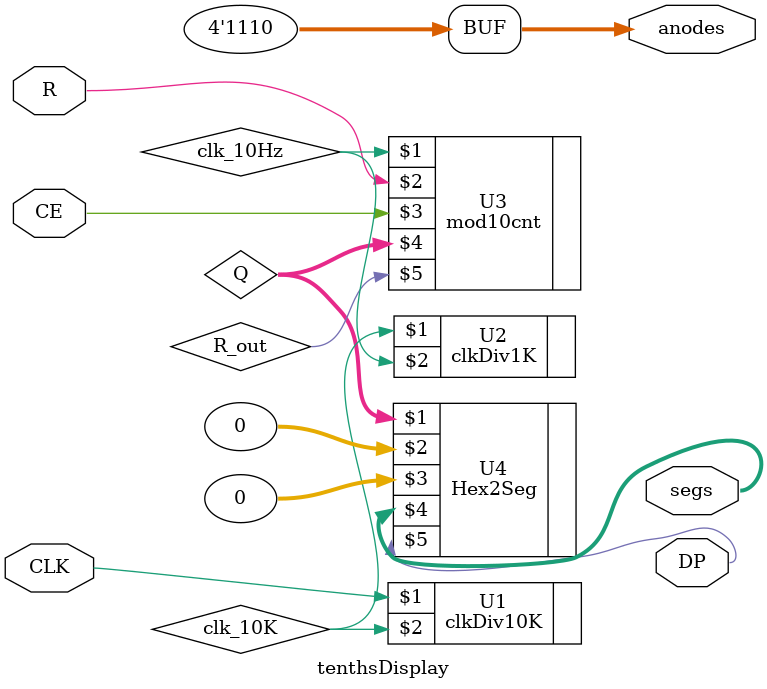
<source format=v>
`timescale 1ns / 1ps
module tenthsDisplay(
    input CLK,
    input R,
    input CE,
    output [6:0] segs,
    output DP,
    output [3:0] anodes
    );

	wire clk_10K, clk_10Hz, R_out;
	wire [3:0] Q;
	
	//Divide the system clock to 10KHz
	clkDiv10K U1(CLK, clk_10K);
	
	// Dividwe the 10KHz clkock to 10Hz
	clkDiv1K U2(clk_10K,clk_10Hz);
	
	// Modulo 10 counter
	mod10cnt U3(clk_10Hz, R, CE, Q, R_out);
	
	//Display output of counter without decimal point
	Hex2Seg U4(Q,0,0,segs,DP);
	
	assign anodes = 4'b1110;

endmodule

</source>
